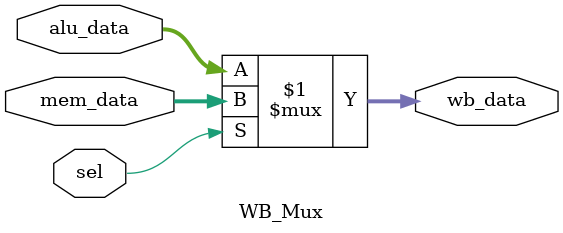
<source format=v>
module WB_Mux(
    input  [15:0] alu_data,
    input  [15:0] mem_data,
    input         sel,
    output [15:0] wb_data
);
    assign wb_data = sel ? mem_data : alu_data;
endmodule

</source>
